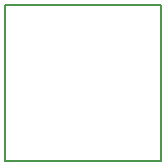
<source format=gm1>
G04 #@! TF.GenerationSoftware,KiCad,Pcbnew,5.1.2-f72e74a~84~ubuntu18.04.1*
G04 #@! TF.CreationDate,2019-08-02T15:12:22+02:00*
G04 #@! TF.ProjectId,TLI5012B,544c4935-3031-4324-922e-6b696361645f,rev?*
G04 #@! TF.SameCoordinates,Original*
G04 #@! TF.FileFunction,Profile,NP*
%FSLAX46Y46*%
G04 Gerber Fmt 4.6, Leading zero omitted, Abs format (unit mm)*
G04 Created by KiCad (PCBNEW 5.1.2-f72e74a~84~ubuntu18.04.1) date 2019-08-02 15:12:22*
%MOMM*%
%LPD*%
G04 APERTURE LIST*
%ADD10C,0.150000*%
G04 APERTURE END LIST*
D10*
X130875000Y-80350000D02*
X130875000Y-80100000D01*
X130875000Y-93350000D02*
X130875000Y-80350000D01*
X144125000Y-93350000D02*
X130875000Y-93350000D01*
X144125000Y-80100000D02*
X144125000Y-93350000D01*
X130875000Y-80100000D02*
X144125000Y-80100000D01*
M02*

</source>
